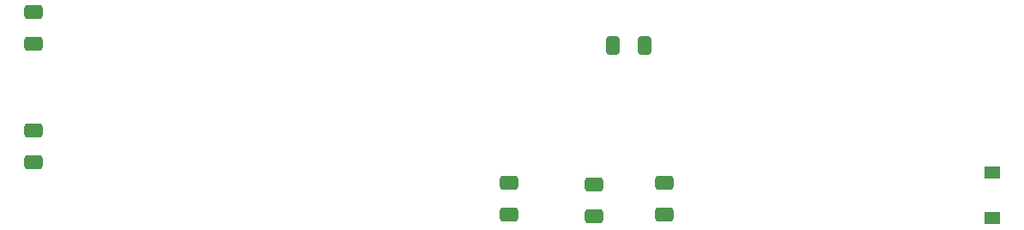
<source format=gbr>
%TF.GenerationSoftware,KiCad,Pcbnew,(6.0.5)*%
%TF.CreationDate,2023-03-31T09:48:09-05:00*%
%TF.ProjectId,ISA rev7,49534120-7265-4763-972e-6b696361645f,rev?*%
%TF.SameCoordinates,Original*%
%TF.FileFunction,Paste,Bot*%
%TF.FilePolarity,Positive*%
%FSLAX46Y46*%
G04 Gerber Fmt 4.6, Leading zero omitted, Abs format (unit mm)*
G04 Created by KiCad (PCBNEW (6.0.5)) date 2023-03-31 09:48:09*
%MOMM*%
%LPD*%
G01*
G04 APERTURE LIST*
G04 Aperture macros list*
%AMRoundRect*
0 Rectangle with rounded corners*
0 $1 Rounding radius*
0 $2 $3 $4 $5 $6 $7 $8 $9 X,Y pos of 4 corners*
0 Add a 4 corners polygon primitive as box body*
4,1,4,$2,$3,$4,$5,$6,$7,$8,$9,$2,$3,0*
0 Add four circle primitives for the rounded corners*
1,1,$1+$1,$2,$3*
1,1,$1+$1,$4,$5*
1,1,$1+$1,$6,$7*
1,1,$1+$1,$8,$9*
0 Add four rect primitives between the rounded corners*
20,1,$1+$1,$2,$3,$4,$5,0*
20,1,$1+$1,$4,$5,$6,$7,0*
20,1,$1+$1,$6,$7,$8,$9,0*
20,1,$1+$1,$8,$9,$2,$3,0*%
G04 Aperture macros list end*
%ADD10R,1.550000X1.300000*%
%ADD11RoundRect,0.250000X0.650000X-0.412500X0.650000X0.412500X-0.650000X0.412500X-0.650000X-0.412500X0*%
%ADD12RoundRect,0.250000X-0.650000X0.412500X-0.650000X-0.412500X0.650000X-0.412500X0.650000X0.412500X0*%
%ADD13RoundRect,0.250000X0.412500X0.650000X-0.412500X0.650000X-0.412500X-0.650000X0.412500X-0.650000X0*%
G04 APERTURE END LIST*
D10*
%TO.C,TP1*%
X197929500Y-113320000D03*
X197929500Y-117820000D03*
%TD*%
D11*
%TO.C,C3*%
X165608000Y-117513500D03*
X165608000Y-114388500D03*
%TD*%
%TO.C,C4*%
X103373000Y-100622500D03*
X103373000Y-97497500D03*
%TD*%
D12*
%TO.C,C6*%
X158623000Y-114515500D03*
X158623000Y-117640500D03*
%TD*%
%TO.C,C1*%
X150241000Y-114388500D03*
X150241000Y-117513500D03*
%TD*%
D13*
%TO.C,C7*%
X163614500Y-100838000D03*
X160489500Y-100838000D03*
%TD*%
D12*
%TO.C,C5*%
X103373000Y-109181500D03*
X103373000Y-112306500D03*
%TD*%
M02*

</source>
